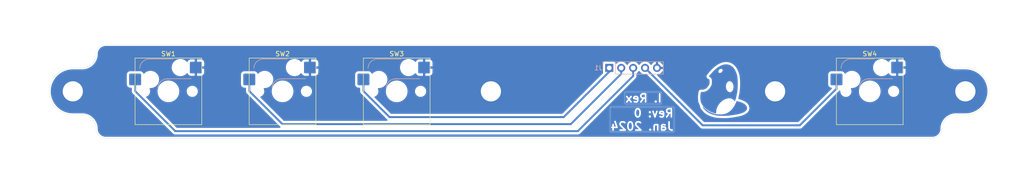
<source format=kicad_pcb>
(kicad_pcb (version 20221018) (generator pcbnew)
  (layers (0 "F.Cu" signal) (31 "B.Cu" signal) (34 "B.Paste" user) (35 "F.Paste" user) (36 "B.SilkS" user "B.Silkscreen") (37 "F.SilkS" user "F.Silkscreen") (38 "B.Mask" user) (39 "F.Mask" user) (44 "Edge.Cuts" user))
  (net 0 "")
  (net 1 "Net-(J1-Pin_1)")
  (net 2 "Net-(J1-Pin_2)")
  (net 3 "Net-(J1-Pin_3)")
  (net 4 "Net-(J1-Pin_4)")
  (net 5 "GND")
  (footprint "PCM_Switch_Keyboard_Hotswap_Kailh:SW_Hotswap_Kailh_MX" (layer "F.Cu") (at 222.58 100)
    (fp_text reference "SW4" (at 0 -8) (layer "F.SilkS"))
    (fp_text value "Solar")
    (fp_line (start -4.1 -6.9) (end 1 -6.9) (stroke (width 0.12)) (layer "B.SilkS"))
    (fp_line (start -0.2 -2.7) (end 4.9 -2.7) (stroke (width 0.12)) (layer "B.SilkS"))
    (fp_arc (start -6.1 -4.9) (mid -5.514214 -6.314214) (end -4.1 -6.9) (stroke (width 0.12)) (layer "B.SilkS"))
    (fp_arc (start -2.2 -0.7) (mid -1.614214 -2.114214) (end -0.2 -2.7) (stroke (width 0.12)) (layer "B.SilkS"))
    (fp_line (start -7.1 -7.1) (end -7.1 7.1) (stroke (width 0.12)) (layer "F.SilkS"))
    (fp_line (start -7.1 7.1) (end 7.1 7.1) (stroke (width 0.12)) (layer "F.SilkS"))
    (fp_line (start 7.1 -7.1) (end -7.1 -7.1) (stroke (width 0.12)) (layer "F.SilkS"))
    (fp_line (start 7.1 7.1) (end 7.1 -7.1) (stroke (width 0.12)) (layer "F.SilkS"))
    (pad "" np_thru_hole circle (at -5.08 0) (size 1.75 1.75) (drill 1.75) (layers "*.Cu" "*.Mask"))
    (pad "" np_thru_hole circle (at -3.81 -2.54) (size 3.05 3.05) (drill 3.05) (layers "*.Cu" "*.Mask"))
    (pad "" np_thru_hole circle (at 0 0) (size 4 4) (drill 4) (layers "*.Cu" "*.Mask"))
    (pad "" np_thru_hole circle (at 2.54 -5.08) (size 3.05 3.05) (drill 3.05) (layers "*.Cu" "*.Mask"))
    (pad "" np_thru_hole circle (at 5.08 0) (size 1.75 1.75) (drill 1.75) (layers "*.Cu" "*.Mask"))
    (pad "1" smd roundrect (at -7.085 -2.54) (size 2.55 2.5) (layers "B.Cu" "B.Paste" "B.Mask") (roundrect_rratio 0.1) (net 4 "Net-(J1-Pin_4)"))
    (pad "2" smd roundrect (at 5.842 -5.08) (size 2.55 2.5) (layers "B.Cu" "B.Paste" "B.Mask") (roundrect_rratio 0.1) (net 5 "GND"))
  )
  (footprint "MountingHole:MountingHole_4.3mm_M4_DIN965_Pad" (layer "F.Cu") (at 202.43 100)
    (fp_text reference "H3" hide)
    (fp_text value "M4")
    (pad "1" thru_hole circle (at 0 0) (size 7.5 7.5) (drill 4.3) (layers "*.Cu" "*.Mask") (net 5 "GND"))
  )
  (footprint "PCM_Switch_Keyboard_Hotswap_Kailh:SW_Hotswap_Kailh_MX" (layer "F.Cu") (at 121.88 100)
    (fp_text reference "SW3" (at 0 -8) (layer "F.SilkS"))
    (fp_text value "Record")
    (fp_line (start -4.1 -6.9) (end 1 -6.9) (stroke (width 0.12)) (layer "B.SilkS"))
    (fp_line (start -0.2 -2.7) (end 4.9 -2.7) (stroke (width 0.12)) (layer "B.SilkS"))
    (fp_arc (start -6.1 -4.9) (mid -5.514214 -6.314214) (end -4.1 -6.9) (stroke (width 0.12)) (layer "B.SilkS"))
    (fp_arc (start -2.2 -0.7) (mid -1.614214 -2.114214) (end -0.2 -2.7) (stroke (width 0.12)) (layer "B.SilkS"))
    (fp_line (start -7.1 -7.1) (end -7.1 7.1) (stroke (width 0.12)) (layer "F.SilkS"))
    (fp_line (start -7.1 7.1) (end 7.1 7.1) (stroke (width 0.12)) (layer "F.SilkS"))
    (fp_line (start 7.1 -7.1) (end -7.1 -7.1) (stroke (width 0.12)) (layer "F.SilkS"))
    (fp_line (start 7.1 7.1) (end 7.1 -7.1) (stroke (width 0.12)) (layer "F.SilkS"))
    (pad "" np_thru_hole circle (at -5.08 0) (size 1.75 1.75) (drill 1.75) (layers "*.Cu" "*.Mask"))
    (pad "" np_thru_hole circle (at -3.81 -2.54) (size 3.05 3.05) (drill 3.05) (layers "*.Cu" "*.Mask"))
    (pad "" np_thru_hole circle (at 0 0) (size 4 4) (drill 4) (layers "*.Cu" "*.Mask"))
    (pad "" np_thru_hole circle (at 2.54 -5.08) (size 3.05 3.05) (drill 3.05) (layers "*.Cu" "*.Mask"))
    (pad "" np_thru_hole circle (at 5.08 0) (size 1.75 1.75) (drill 1.75) (layers "*.Cu" "*.Mask"))
    (pad "1" smd roundrect (at -7.085 -2.54) (size 2.55 2.5) (layers "B.Cu" "B.Paste" "B.Mask") (roundrect_rratio 0.1) (net 1 "Net-(J1-Pin_1)"))
    (pad "2" smd roundrect (at 5.842 -5.08) (size 2.55 2.5) (layers "B.Cu" "B.Paste" "B.Mask") (roundrect_rratio 0.1) (net 5 "GND"))
  )
  (footprint "PCM_Switch_Keyboard_Hotswap_Kailh:SW_Hotswap_Kailh_MX" (layer "F.Cu") (at 73.28 100)
    (fp_text reference "SW1" (at 0 -8) (layer "F.SilkS"))
    (fp_text value "Stop")
    (fp_line (start -4.1 -6.9) (end 1 -6.9) (stroke (width 0.12)) (layer "B.SilkS"))
    (fp_line (start -0.2 -2.7) (end 4.9 -2.7) (stroke (width 0.12)) (layer "B.SilkS"))
    (fp_arc (start -6.1 -4.9) (mid -5.514214 -6.314214) (end -4.1 -6.9) (stroke (width 0.12)) (layer "B.SilkS"))
    (fp_arc (start -2.2 -0.7) (mid -1.614214 -2.114214) (end -0.2 -2.7) (stroke (width 0.12)) (layer "B.SilkS"))
    (fp_line (start -7.1 -7.1) (end -7.1 7.1) (stroke (width 0.12)) (layer "F.SilkS"))
    (fp_line (start -7.1 7.1) (end 7.1 7.1) (stroke (width 0.12)) (layer "F.SilkS"))
    (fp_line (start 7.1 -7.1) (end -7.1 -7.1) (stroke (width 0.12)) (layer "F.SilkS"))
    (fp_line (start 7.1 7.1) (end 7.1 -7.1) (stroke (width 0.12)) (layer "F.SilkS"))
    (pad "" np_thru_hole circle (at -5.08 0) (size 1.75 1.75) (drill 1.75) (layers "*.Cu" "*.Mask"))
    (pad "" np_thru_hole circle (at -3.81 -2.54) (size 3.05 3.05) (drill 3.05) (layers "*.Cu" "*.Mask"))
    (pad "" np_thru_hole circle (at 0 0) (size 4 4) (drill 4) (layers "*.Cu" "*.Mask"))
    (pad "" np_thru_hole circle (at 2.54 -5.08) (size 3.05 3.05) (drill 3.05) (layers "*.Cu" "*.Mask"))
    (pad "" np_thru_hole circle (at 5.08 0) (size 1.75 1.75) (drill 1.75) (layers "*.Cu" "*.Mask"))
    (pad "1" smd roundrect (at -7.085 -2.54) (size 2.55 2.5) (layers "B.Cu" "B.Paste" "B.Mask") (roundrect_rratio 0.1) (net 3 "Net-(J1-Pin_3)"))
    (pad "2" smd roundrect (at 5.842 -5.08) (size 2.55 2.5) (layers "B.Cu" "B.Paste" "B.Mask") (roundrect_rratio 0.1) (net 5 "GND"))
  )
  (footprint "MountingHole:MountingHole_4.3mm_M4_DIN965_Pad" (layer "F.Cu") (at 141.93 100)
    (fp_text reference "H2" hide)
    (fp_text value "M4")
    (pad "1" thru_hole circle (at 0 0) (size 7.5 7.5) (drill 4.3) (layers "*.Cu" "*.Mask") (net 5 "GND"))
  )
  (footprint "MountingHole:MountingHole_4.3mm_M4_DIN965_Pad" (layer "F.Cu") (at 52.93 100)
    (fp_text reference "H1" hide)
    (fp_text value "M4")
    (pad "1" thru_hole circle (at 0 0) (size 7.5 7.5) (drill 4.3) (layers "*.Cu" "*.Mask") (net 5 "GND"))
  )
  (footprint "MountingHole:MountingHole_4.3mm_M4_DIN965_Pad" (layer "F.Cu") (at 242.93 100)
    (fp_text reference "H4" hide)
    (fp_text value "M4")
    (pad "1" thru_hole circle (at 0 0) (size 7.5 7.5) (drill 4.3) (layers "*.Cu" "*.Mask") (net 5 "GND"))
  )
  (footprint "PCM_Switch_Keyboard_Hotswap_Kailh:SW_Hotswap_Kailh_MX" (layer "F.Cu") (at 97.58 100)
    (fp_text reference "SW2" (at 0 -8) (layer "F.SilkS"))
    (fp_text value "Play")
    (fp_line (start -4.1 -6.9) (end 1 -6.9) (stroke (width 0.12)) (layer "B.SilkS"))
    (fp_line (start -0.2 -2.7) (end 4.9 -2.7) (stroke (width 0.12)) (layer "B.SilkS"))
    (fp_arc (start -6.1 -4.9) (mid -5.514214 -6.314214) (end -4.1 -6.9) (stroke (width 0.12)) (layer "B.SilkS"))
    (fp_arc (start -2.2 -0.7) (mid -1.614214 -2.114214) (end -0.2 -2.7) (stroke (width 0.12)) (layer "B.SilkS"))
    (fp_line (start -7.1 -7.1) (end -7.1 7.1) (stroke (width 0.12)) (layer "F.SilkS"))
    (fp_line (start -7.1 7.1) (end 7.1 7.1) (stroke (width 0.12)) (layer "F.SilkS"))
    (fp_line (start 7.1 -7.1) (end -7.1 -7.1) (stroke (width 0.12)) (layer "F.SilkS"))
    (fp_line (start 7.1 7.1) (end 7.1 -7.1) (stroke (width 0.12)) (layer "F.SilkS"))
    (pad "" np_thru_hole circle (at -5.08 0) (size 1.75 1.75) (drill 1.75) (layers "*.Cu" "*.Mask"))
    (pad "" np_thru_hole circle (at -3.81 -2.54) (size 3.05 3.05) (drill 3.05) (layers "*.Cu" "*.Mask"))
    (pad "" np_thru_hole circle (at 0 0) (size 4 4) (drill 4) (layers "*.Cu" "*.Mask"))
    (pad "" np_thru_hole circle (at 2.54 -5.08) (size 3.05 3.05) (drill 3.05) (layers "*.Cu" "*.Mask"))
    (pad "" np_thru_hole circle (at 5.08 0) (size 1.75 1.75) (drill 1.75) (layers "*.Cu" "*.Mask"))
    (pad "1" smd roundrect (at -7.085 -2.54) (size 2.55 2.5) (layers "B.Cu" "B.Paste" "B.Mask") (roundrect_rratio 0.1) (net 2 "Net-(J1-Pin_2)"))
    (pad "2" smd roundrect (at 5.842 -5.08) (size 2.55 2.5) (layers "B.Cu" "B.Paste" "B.Mask") (roundrect_rratio 0.1) (net 5 "GND"))
  )
  (footprint "Connector_PinHeader_2.54mm:PinHeader_1x05_P2.54mm_Vertical" (layer "B.Cu") (at 167.13 95 -90)
    (fp_text reference "J1" (at 0 2.33 -180) (layer "B.SilkS") (effects (justify mirror)))
    (fp_text value "Conn_01x05")
    (fp_line (start -1.33 -11.49) (end 1.33 -11.49) (stroke (width 0.12)) (layer "B.SilkS"))
    (fp_line (start -1.33 -1.27) (end -1.33 -11.49) (stroke (width 0.12)) (layer "B.SilkS"))
    (fp_line (start -1.33 -1.27) (end 1.33 -1.27) (stroke (width 0.12)) (layer "B.SilkS"))
    (fp_line (start -1.33 0) (end -1.33 1.33) (stroke (width 0.12)) (layer "B.SilkS"))
    (fp_line (start -1.33 1.33) (end 0 1.33) (stroke (width 0.12)) (layer "B.SilkS"))
    (fp_line (start 1.33 -1.27) (end 1.33 -11.49) (stroke (width 0.12)) (layer "B.SilkS"))
    (pad "1" thru_hole rect (at 0 0 270) (size 1.7 1.7) (drill 1) (layers "*.Cu" "*.Mask") (net 1 "Net-(J1-Pin_1)"))
    (pad "2" thru_hole oval (at 0 -2.54 270) (size 1.7 1.7) (drill 1) (layers "*.Cu" "*.Mask") (net 2 "Net-(J1-Pin_2)"))
    (pad "3" thru_hole oval (at 0 -5.08 270) (size 1.7 1.7) (drill 1) (layers "*.Cu" "*.Mask") (net 3 "Net-(J1-Pin_3)"))
    (pad "4" thru_hole oval (at 0 -7.62 270) (size 1.7 1.7) (drill 1) (layers "*.Cu" "*.Mask") (net 4 "Net-(J1-Pin_4)"))
    (pad "5" thru_hole oval (at 0 -10.16 270) (size 1.7 1.7) (drill 1) (layers "*.Cu" "*.Mask") (net 5 "GND"))
  )
  (footprint "irex_Aesthetic:Logo_irex_10.0x11.1mm_Copper" (layer "B.Cu") (at 191.5 99.75 180)
    (fp_text reference "G***" hide)
    (fp_text value "IREX_LOGO" hide)
    (fp_poly (pts (xy -2.714465 -2.384016) (xy -2.659375 -2.515465) (xy -2.583931 -2.696613) (xy -2.57587 -2.716018) (xy -2.281771 -3.319083) (xy -1.932937 -3.851079) (xy -1.538375 -4.301271) (xy -1.107091 -4.658924) (xy -0.785382 -4.849869) (xy -0.464945 -4.9964) (xy -0.167065 -5.097258) (xy 0.139814 -5.158224) (xy 0.487249 -5.18508) (xy 0.906796 -5.183608) (xy 1.016 -5.179901) (xy 1.350412 -5.162994) (xy 1.611789 -5.13715) (xy 1.839962 -5.095733) (xy 2.074761 -5.032107) (xy 2.257777 -4.973024) (xy 2.925927 -4.697066) (xy 3.526765 -4.336718) (xy 4.079417 -3.880199) (xy 4.161775 -3.80029) (xy 4.362805 -3.605491) (xy 4.490039 -3.493559) (xy 4.544342 -3.465702) (xy 4.526574 -3.52313) (xy 4.4376 -3.66705) (xy 4.278282 -3.898673) (xy 4.255265 -3.931304) (xy 3.89764 -4.340896) (xy 3.446457 -4.693028) (xy 2.906901 -4.984956) (xy 2.284156 -5.213935) (xy 1.583408 -5.377222) (xy 1.495777 -5.392035) (xy 1.251512 -5.420473) (xy 0.924351 -5.44269) (xy 0.544145 -5.458141) (xy 0.140744 -5.466282) (xy -0.256001 -5.46657) (xy -0.61624 -5.458462) (xy -0.910122 -5.441412) (xy -0.959556 -5.436754) (xy -1.320854 -5.394769) (xy -1.727504 -5.339492) (xy -2.151232 -5.275503) (xy -2.563764 -5.207385) (xy -2.936826 -5.13972) (xy -3.242144 -5.077088) (xy -3.375664 -5.045232) (xy -3.889222 -4.884633) (xy -4.304726 -4.695481) (xy -4.620042 -4.480866) (xy -4.833036 -4.243876) (xy -4.941574 -3.987601) (xy -4.943523 -3.715131) (xy -4.836748 -3.429556) (xy -4.662155 -3.182599) (xy -4.391243 -2.940792) (xy -4.018282 -2.725398) (xy -3.551971 -2.54095) (xy -3.27151 -2.457708) (xy -3.046035 -2.398779) (xy -2.867254 -2.354735) (xy -2.758994 -2.331296) (xy -2.737765 -2.329559) (xy -2.714465 -2.384016)) (stroke (width 0.01)) (fill solid) (layer "B.Cu"))
    (fp_poly (pts (xy 0.064802 5.445337) (xy 0.567137 5.271074) (xy 1.080892 4.99511) (xy 1.601849 4.619338) (xy 2.125788 4.145654) (xy 2.648489 3.575955) (xy 2.681986 3.536047) (xy 2.859082 3.321946) (xy 3.006579 3.139797) (xy 3.111016 3.006515) (xy 3.158927 2.939017) (xy 3.160546 2.934779) (xy 3.114917 2.895147) (xy 3.003123 2.836496) (xy 2.98826 2.829811) (xy 2.851239 2.73525) (xy 2.71027 2.587542) (xy 2.663704 2.523821) (xy 2.589885 2.401076) (xy 2.544652 2.283776) (xy 2.521171 2.138554) (xy 2.512606 1.932041) (xy 2.511777 1.782122) (xy 2.515444 1.525146) (xy 2.532568 1.338833) (xy 2.572339 1.181042) (xy 2.643944 1.009627) (xy 2.709294 0.876155) (xy 2.971507 0.450943) (xy 3.28794 0.102454) (xy 3.646323 -0.160502) (xy 4.034387 -0.329115) (xy 4.439862 -0.394577) (xy 4.479836 -0.395111) (xy 4.846218 -0.395111) (xy 4.915542 -0.719667) (xy 4.964829 -1.05495) (xy 4.985724 -1.437797) (xy 4.978838 -1.82818) (xy 4.944782 -2.18607) (xy 4.889064 -2.455333) (xy 4.683022 -2.954875) (xy 4.371938 -3.422337) (xy 3.960301 -3.852971) (xy 3.452602 -4.242026) (xy 2.897216 -4.562847) (xy 2.72019 -4.642077) (xy 2.492522 -4.730276) (xy 2.244979 -4.817159) (xy 2.008327 -4.892443) (xy 1.813333 -4.945844) (xy 1.690765 -4.967076) (xy 1.687779 -4.967111) (xy 1.666742 -4.915404) (xy 1.644558 -4.778958) (xy 1.625619 -4.585789) (xy 1.623618 -4.557889) (xy 1.539235 -4.036364) (xy 1.35576 -3.539948) (xy 1.092925 -3.088158) (xy 0.713618 -2.620734) (xy 0.274066 -2.246137) (xy -0.141111 -2.001077) (xy -0.60965 -1.812997) (xy -1.043741 -1.726679) (xy -1.439396 -1.74179) (xy -1.792622 -1.857997) (xy -2.09943 -2.074966) (xy -2.193021 -2.172267) (xy -2.371575 -2.375629) (xy -2.433333 -2.217925) (xy -2.517327 -1.965104) (xy -2.607505 -1.62834) (xy -2.697807 -1.235914) (xy -2.78217 -0.816106) (xy -2.854534 -0.397198) (xy -2.908836 -0.007468) (xy -2.9109 0.010152) (xy -2.949887 0.45024) (xy -2.962222 0.717854) (xy -2.087205 0.717854) (xy -2.054264 0.354836) (xy -1.959897 0.047857) (xy -1.814558 -0.193471) (xy -1.628701 -0.359534) (xy -1.412778 -0.440719) (xy -1.177243 -0.427412) (xy -0.953792 -0.324497) (xy -0.735453 -0.116233) (xy -0.575357 0.165612) (xy -0.47887 0.494884) (xy -0.451354 0.845425) (xy -0.498174 1.19108) (xy -0.591228 1.443453) (xy -0.763355 1.699906) (xy -0.964277 1.857775) (xy -1.181019 1.923353) (xy -1.400607 1.902935) (xy -1.610066 1.802811) (xy -1.796421 1.629277) (xy -1.946698 1.388625) (xy -2.047921 1.087149) (xy -2.087117 0.731141) (xy -2.087205 0.717854) (xy -2.962222 0.717854) (xy -2.972167 0.933614) (xy -2.978218 1.433964) (xy -2.968519 1.924979) (xy -2.943549 2.38035) (xy -2.903785 2.773765) (xy -2.855546 3.053999) (xy -2.671099 3.694243) (xy -2.429847 4.242783) (xy -2.383413 4.313961) (xy 0.232463 4.313961) (xy 0.244282 4.135598) (xy 0.347654 3.939977) (xy 0.417689 3.8608) (xy 0.599775 3.728273) (xy 0.793911 3.665879) (xy 0.968612 3.679693) (xy 1.061155 3.736622) (xy 1.11155 3.849645) (xy 1.126763 4.019539) (xy 1.105916 4.195625) (xy 1.070771 4.292904) (xy 0.980019 4.395751) (xy 0.847796 4.486749) (xy 0.619863 4.561459) (xy 0.432899 4.545295) (xy 0.299551 4.456661) (xy 0.232463 4.313961) (xy -2.383413 4.313961) (xy -2.133276 4.69739) (xy -1.782872 5.055838) (xy -1.38012 5.315899) (xy -1.331482 5.338954) (xy -0.888727 5.481172) (xy -0.421892 5.516001) (xy 0.064802 5.445337)) (stroke (width 0.01)) (fill solid) (layer "B.Cu"))
  )
  (gr_arc (start 242.93 95) (mid 247.93 100) (end 242.93 105) (stroke (width 0.05)) (layer "Edge.Cuts"))
  (gr_arc (start 235.93 90) (mid 237.344214 90.585786) (end 237.93 92) (stroke (width 0.05)) (layer "Edge.Cuts"))
  (gr_line (start 235.93 90) (end 59.93 90) (stroke (width 0.05)) (layer "Edge.Cuts"))
  (gr_arc (start 54.93 105) (mid 57.05132 105.87868) (end 57.93 108) (stroke (width 0.05)) (layer "Edge.Cuts"))
  (gr_arc (start 52.93 105) (mid 47.93 100) (end 52.93 95) (stroke (width 0.05)) (layer "Edge.Cuts"))
  (gr_arc (start 237.93 108) (mid 237.344214 109.414214) (end 235.93 110) (stroke (width 0.05)) (layer "Edge.Cuts"))
  (gr_arc (start 57.93 92) (mid 58.515786 90.585786) (end 59.93 90) (stroke (width 0.05)) (layer "Edge.Cuts"))
  (gr_line (start 54.93 95) (end 52.93 95) (stroke (width 0.05)) (layer "Edge.Cuts"))
  (gr_line (start 59.93 110) (end 235.93 110) (stroke (width 0.05)) (layer "Edge.Cuts"))
  (gr_line (start 52.93 105) (end 54.93 105) (stroke (width 0.05)) (layer "Edge.Cuts"))
  (gr_arc (start 57.93 92) (mid 57.05132 94.12132) (end 54.93 95) (stroke (width 0.05)) (layer "Edge.Cuts"))
  (gr_line (start 242.93 95) (end 240.93 95) (stroke (width 0.05)) (layer "Edge.Cuts"))
  (gr_arc (start 59.93 110) (mid 58.515786 109.414214) (end 57.93 108) (stroke (width 0.05)) (layer "Edge.Cuts"))
  (gr_arc (start 237.93 108) (mid 238.80868 105.87868) (end 240.93 105) (stroke (width 0.05)) (layer "Edge.Cuts"))
  (gr_line (start 240.93 105) (end 242.93 105) (stroke (width 0.05)) (layer "Edge.Cuts"))
  (gr_arc (start 240.93 95) (mid 238.80868 94.12132) (end 237.93 92) (stroke (width 0.05)) (layer "Edge.Cuts"))
  (gr_text "Rev: 0\nJan. 2024" (at 181 108.5) (layer "B.Cu" knockout) (effects (font (size 1.75 1.75) (thickness 0.35) bold) (justify left bottom mirror)))
  (gr_text "I. Rex" (at 178.5 102.5) (layer "B.Cu" knockout) (effects (font (size 1.75 1.75) (thickness 0.35) bold) (justify left bottom mirror)))
  (segment (start 167.13 95.8) (end 157.43 105.5) (width 0.4064) (layer "B.Cu") (net 1))
  (segment (start 157.43 105.5) (end 120.344143 105.5) (width 0.4064) (layer "B.Cu") (net 1))
  (segment (start 120.344143 105.5) (end 114.795 99.950857) (width 0.4064) (layer "B.Cu") (net 1))
  (segment (start 114.795 99.950857) (end 114.795 97.46) (width 0.4064) (layer "B.Cu") (net 1))
  (segment (start 167.13 95) (end 167.13 95.8) (width 0.4064) (layer "B.Cu") (net 1))
  (segment (start 169.67 95) (end 169.67 96.26) (width 0.4064) (layer "B.Cu") (net 2))
  (segment (start 90.495 99.950857) (end 90.495 97.46) (width 0.4064) (layer "B.Cu") (net 2))
  (segment (start 169.67 96.26) (end 158.93 107) (width 0.4064) (layer "B.Cu") (net 2))
  (segment (start 158.93 107) (end 97.544143 107) (width 0.4064) (layer "B.Cu") (net 2))
  (segment (start 97.544143 107) (end 90.495 99.950857) (width 0.4064) (layer "B.Cu") (net 2))
  (segment (start 66.195 97.46) (end 66.195 99.950857) (width 0.4064) (layer "B.Cu") (net 3))
  (segment (start 172.21 96.72) (end 160.43 108.5) (width 0.4064) (layer "B.Cu") (net 3))
  (segment (start 172.21 95) (end 172.21 96.72) (width 0.4064) (layer "B.Cu") (net 3))
  (segment (start 74.744143 108.5) (end 160.43 108.5) (width 0.4064) (layer "B.Cu") (net 3))
  (segment (start 66.195 99.950857) (end 74.744143 108.5) (width 0.4064) (layer "B.Cu") (net 3))
  (segment (start 207.68 107.25) (end 215.495 99.435) (width 0.4064) (layer "B.Cu") (net 4))
  (segment (start 187 107.25) (end 207.68 107.25) (width 0.4064) (layer "B.Cu") (net 4))
  (segment (start 215.495 99.435) (end 215.495 97.46) (width 0.4064) (layer "B.Cu") (net 4))
  (segment (start 174.75 95) (end 187 107.25) (width 0.4064) (layer "B.Cu") (net 4))
  (zone (net 5) (net_name "GND") (layer "B.Cu") (connect_pads (clearance 0.5)) (min_thickness 0.3) (fill yes (thermal_gap 0.5) (thermal_bridge_width 0.5))
    (polygon (pts (xy 37.43 80.5) (xy 255.43 80.5) (xy 255.43 118.5) (xy 37.43 118.5)))
  )
)
</source>
